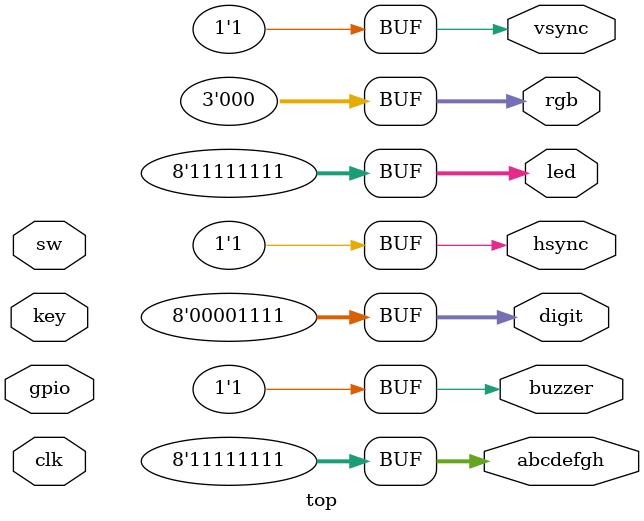
<source format=v>
`include "config.vh"

module top
(
    input         clk,
    input  [ 3:0] key,
    input  [ 3:0] sw,
    output [ 7:0] led,

    output [ 7:0] abcdefgh,
    output [ 7:0] digit,

    output        vsync,
    output        hsync,
    output [ 2:0] rgb,

    output        buzzer,
    inout  [15:0] gpio
);

    assign abcdefgh  = 8'hff;
    assign digit     = 4'hf;
    assign buzzer    = 1'b1;
    assign hsync     = 1'b1;
    assign vsync     = 1'b1;
    assign rgb       = 3'b0;
	assign led       = 8'hff;
	
    wire a = ~ sw [0];
    wire b = ~ sw [1];
    
    wire result = a ^ b;

    assign led [0] = ~ result;
    
    assign led [1] = ~ (~ sw [0] ^ ~ sw [1]);

    // Exercise 1: Change the code below.
    // Assign to led [2] the result of AND operation
    
    assign led [2] = 1'b0;

    // Exercise 2: Change the code below.
    // Assign to led [3] the result of XOR operation
    // without using "^" operation.
    // Use only operations "&", "|", "~" and parenthesis, "(" and ")".

    assign led [3] = 1'b0;

endmodule

	
</source>
